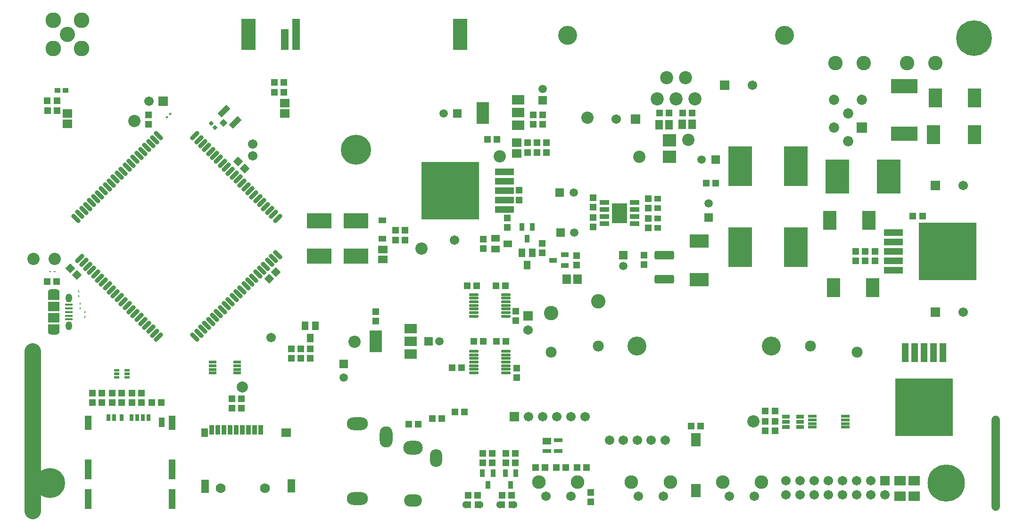
<source format=gts>
G04*
G04 #@! TF.GenerationSoftware,Altium Limited,Altium Designer,19.1.8 (144)*
G04*
G04 Layer_Color=8388736*
%FSLAX25Y25*%
%MOIN*%
G70*
G01*
G75*
%ADD22C,0.11811*%
%ADD23C,0.05906*%
%ADD24R,0.06240X0.01929*%
%ADD25R,0.04540X0.04343*%
%ADD26R,0.04343X0.04540*%
%ADD27R,0.04737X0.05131*%
%ADD28R,0.05918X0.06706*%
%ADD29R,0.06706X0.05918*%
%ADD30R,0.05131X0.04737*%
%ADD31R,0.07887X0.07099*%
G04:AMPARAMS|DCode=32|XSize=47.37mil|YSize=51.31mil|CornerRadius=0mil|HoleSize=0mil|Usage=FLASHONLY|Rotation=225.000|XOffset=0mil|YOffset=0mil|HoleType=Round|Shape=Rectangle|*
%AMROTATEDRECTD32*
4,1,4,-0.00139,0.03489,0.03489,-0.00139,0.00139,-0.03489,-0.03489,0.00139,-0.00139,0.03489,0.0*
%
%ADD32ROTATEDRECTD32*%

G04:AMPARAMS|DCode=33|XSize=47.37mil|YSize=51.31mil|CornerRadius=0mil|HoleSize=0mil|Usage=FLASHONLY|Rotation=315.000|XOffset=0mil|YOffset=0mil|HoleType=Round|Shape=Rectangle|*
%AMROTATEDRECTD33*
4,1,4,-0.03489,-0.00139,0.00139,0.03489,0.03489,0.00139,-0.00139,-0.03489,-0.03489,-0.00139,0.0*
%
%ADD33ROTATEDRECTD33*%

G04:AMPARAMS|DCode=34|XSize=67.32mil|YSize=18.11mil|CornerRadius=4.33mil|HoleSize=0mil|Usage=FLASHONLY|Rotation=0.000|XOffset=0mil|YOffset=0mil|HoleType=Round|Shape=RoundedRectangle|*
%AMROUNDEDRECTD34*
21,1,0.06732,0.00945,0,0,0.0*
21,1,0.05866,0.01811,0,0,0.0*
1,1,0.00866,0.02933,-0.00472*
1,1,0.00866,-0.02933,-0.00472*
1,1,0.00866,-0.02933,0.00472*
1,1,0.00866,0.02933,0.00472*
%
%ADD34ROUNDEDRECTD34*%
%ADD35R,0.05603X0.04383*%
%ADD36R,0.05372X0.01872*%
%ADD37R,0.07099X0.09383*%
G04:AMPARAMS|DCode=38|XSize=78.87mil|YSize=31.62mil|CornerRadius=0mil|HoleSize=0mil|Usage=FLASHONLY|Rotation=45.000|XOffset=0mil|YOffset=0mil|HoleType=Round|Shape=Round|*
%AMOVALD38*
21,1,0.04724,0.03162,0.00000,0.00000,45.0*
1,1,0.03162,-0.01670,-0.01670*
1,1,0.03162,0.01670,0.01670*
%
%ADD38OVALD38*%

G04:AMPARAMS|DCode=39|XSize=78.87mil|YSize=31.62mil|CornerRadius=0mil|HoleSize=0mil|Usage=FLASHONLY|Rotation=135.000|XOffset=0mil|YOffset=0mil|HoleType=Round|Shape=Round|*
%AMOVALD39*
21,1,0.04724,0.03162,0.00000,0.00000,135.0*
1,1,0.03162,0.01670,-0.01670*
1,1,0.03162,-0.01670,0.01670*
%
%ADD39OVALD39*%

%ADD40R,0.05748X0.01811*%
%ADD41R,0.08280X0.06706*%
%ADD42R,0.08280X0.05524*%
%ADD43R,0.08700X0.15800*%
%ADD44R,0.08700X0.06700*%
%ADD45R,0.16548X0.28359*%
G04:AMPARAMS|DCode=46|XSize=60.76mil|YSize=137.53mil|CornerRadius=10.59mil|HoleSize=0mil|Usage=FLASHONLY|Rotation=90.000|XOffset=0mil|YOffset=0mil|HoleType=Round|Shape=RoundedRectangle|*
%AMROUNDEDRECTD46*
21,1,0.06076,0.11634,0,0,90.0*
21,1,0.03957,0.13753,0,0,90.0*
1,1,0.02119,0.05817,0.01978*
1,1,0.02119,0.05817,-0.01978*
1,1,0.02119,-0.05817,-0.01978*
1,1,0.02119,-0.05817,0.01978*
%
%ADD46ROUNDEDRECTD46*%
%ADD47R,0.05524X0.02965*%
%ADD48R,0.05288X0.06587*%
%ADD49R,0.06587X0.05288*%
%ADD50R,0.07099X0.06312*%
%ADD51R,0.05524X0.09461*%
%ADD52R,0.04737X0.06312*%
%ADD53R,0.03556X0.07099*%
%ADD54R,0.05512X0.14646*%
%ADD55R,0.05512X0.22047*%
%ADD56R,0.10236X0.22047*%
G04:AMPARAMS|DCode=57|XSize=14.17mil|YSize=9.84mil|CornerRadius=0mil|HoleSize=0mil|Usage=FLASHONLY|Rotation=225.000|XOffset=0mil|YOffset=0mil|HoleType=Round|Shape=Rectangle|*
%AMROTATEDRECTD57*
4,1,4,0.00153,0.00849,0.00849,0.00153,-0.00153,-0.00849,-0.00849,-0.00153,0.00153,0.00849,0.0*
%
%ADD57ROTATEDRECTD57*%

%ADD58R,0.04737X0.10249*%
%ADD59R,0.04737X0.14186*%
%ADD60R,0.03950X0.06706*%
%ADD61R,0.02965X0.04737*%
%ADD62C,0.08674*%
%ADD63R,0.03359X0.05721*%
%ADD64R,0.04737X0.06312*%
%ADD65C,0.06706*%
%ADD66C,0.07887*%
%ADD67R,0.01417X0.00984*%
%ADD68R,0.00984X0.01417*%
%ADD69R,0.03559X0.01787*%
G04:AMPARAMS|DCode=70|XSize=26.2mil|YSize=26.48mil|CornerRadius=0mil|HoleSize=0mil|Usage=FLASHONLY|Rotation=315.000|XOffset=0mil|YOffset=0mil|HoleType=Round|Shape=Rectangle|*
%AMROTATEDRECTD70*
4,1,4,-0.01862,-0.00010,0.00010,0.01862,0.01862,0.00010,-0.00010,-0.01862,-0.01862,-0.00010,0.0*
%
%ADD70ROTATEDRECTD70*%

G04:AMPARAMS|DCode=71|XSize=41.34mil|YSize=86.61mil|CornerRadius=0mil|HoleSize=0mil|Usage=FLASHONLY|Rotation=135.000|XOffset=0mil|YOffset=0mil|HoleType=Round|Shape=Rectangle|*
%AMROTATEDRECTD71*
4,1,4,0.04524,0.01601,-0.01601,-0.04524,-0.04524,-0.01601,0.01601,0.04524,0.04524,0.01601,0.0*
%
%ADD71ROTATEDRECTD71*%

G04:AMPARAMS|DCode=72|XSize=39.37mil|YSize=41.34mil|CornerRadius=0mil|HoleSize=0mil|Usage=FLASHONLY|Rotation=135.000|XOffset=0mil|YOffset=0mil|HoleType=Round|Shape=Rectangle|*
%AMROTATEDRECTD72*
4,1,4,0.02854,0.00070,-0.00070,-0.02854,-0.02854,-0.00070,0.00070,0.02854,0.02854,0.00070,0.0*
%
%ADD72ROTATEDRECTD72*%

%ADD73R,0.03961X0.03773*%
%ADD74R,0.06312X0.04737*%
%ADD75R,0.05721X0.03359*%
%ADD76R,0.13202X0.09461*%
%ADD77R,0.09461X0.08674*%
%ADD78R,0.40564X0.40800*%
%ADD79R,0.13398X0.04800*%
%ADD80R,0.05918X0.04698*%
%ADD81R,0.05918X0.03123*%
%ADD82R,0.04800X0.13398*%
%ADD83R,0.40800X0.40564*%
%ADD84R,0.09461X0.13202*%
%ADD85R,0.16548X0.24028*%
%ADD86R,0.09461X0.13792*%
%ADD87R,0.18910X0.09855*%
%ADD88R,0.17335X0.11036*%
%ADD89R,0.10694X0.14194*%
%ADD90R,0.06804X0.03556*%
%ADD91C,0.05131*%
%ADD92R,0.05918X0.05918*%
%ADD93C,0.05918*%
%ADD94R,0.06706X0.06706*%
%ADD95O,0.04488X0.06260*%
%ADD96O,0.08280X0.04540*%
%ADD97C,0.13398*%
%ADD98C,0.09300*%
%ADD99C,0.09658*%
%ADD100C,0.10209*%
%ADD101C,0.07828*%
%ADD102C,0.07001*%
%ADD103C,0.21272*%
%ADD104C,0.25210*%
%ADD105R,0.05918X0.05918*%
%ADD106C,0.11036*%
%ADD107C,0.10737*%
%ADD108R,0.06706X0.06706*%
%ADD109C,0.04737*%
%ADD110O,0.14973X0.09068*%
%ADD111O,0.09068X0.14973*%
%ADD112O,0.08674X0.12611*%
%ADD113O,0.13792X0.09855*%
%ADD114O,0.12611X0.08674*%
%ADD115C,0.26391*%
%ADD116C,0.07284*%
%ADD117R,0.07284X0.07284*%
%ADD118C,0.10249*%
G36*
X65052Y93701D02*
Y95470D01*
X68602D01*
Y93701D01*
X65052D01*
D02*
G37*
G36*
X65056Y96260D02*
Y98032D01*
X68602D01*
Y96260D01*
X65056D01*
D02*
G37*
G36*
X65056Y98819D02*
Y100592D01*
X68602D01*
Y98819D01*
X65056D01*
D02*
G37*
G36*
X72541Y93701D02*
Y95471D01*
X76083D01*
Y93701D01*
X72541D01*
D02*
G37*
G36*
X72542Y96260D02*
Y98032D01*
X76083D01*
Y96260D01*
X72542D01*
D02*
G37*
G36*
X72540Y98819D02*
Y100591D01*
X76083D01*
Y98819D01*
X72540D01*
D02*
G37*
D22*
X7579Y0D02*
Y113287D01*
D23*
X688287Y3248D02*
Y64370D01*
D24*
X558807Y59350D02*
D03*
Y61910D02*
D03*
Y64468D02*
D03*
Y67028D02*
D03*
X581941D02*
D03*
Y64468D02*
D03*
Y61910D02*
D03*
Y59350D02*
D03*
D25*
X449311Y221260D02*
D03*
Y214567D02*
D03*
Y207283D02*
D03*
Y200590D02*
D03*
D26*
X315354Y4429D02*
D03*
X322047D02*
D03*
X346063D02*
D03*
X339370D02*
D03*
D27*
X361516Y280512D02*
D03*
Y273819D02*
D03*
X368209Y273819D02*
D03*
Y280512D02*
D03*
X325984Y192421D02*
D03*
Y185728D02*
D03*
X367913Y189469D02*
D03*
Y182776D02*
D03*
X392126Y180905D02*
D03*
Y174213D02*
D03*
X370866Y253937D02*
D03*
Y260630D02*
D03*
X357480Y260630D02*
D03*
Y253937D02*
D03*
X602953Y177165D02*
D03*
Y183858D02*
D03*
X589272Y183858D02*
D03*
Y177165D02*
D03*
X403642Y214961D02*
D03*
Y221654D02*
D03*
X442618Y221260D02*
D03*
Y214567D02*
D03*
Y200590D02*
D03*
Y207283D02*
D03*
X349114Y141437D02*
D03*
Y134744D02*
D03*
X349902Y94587D02*
D03*
Y101279D02*
D03*
X89567Y280315D02*
D03*
Y273622D02*
D03*
X197146Y108169D02*
D03*
Y114862D02*
D03*
X203839Y114862D02*
D03*
Y108169D02*
D03*
X402165Y13287D02*
D03*
Y6595D02*
D03*
X250000Y134449D02*
D03*
Y141142D02*
D03*
X343012Y207579D02*
D03*
Y200886D02*
D03*
X364173Y260630D02*
D03*
Y253937D02*
D03*
X596161Y183858D02*
D03*
Y177165D02*
D03*
X439764Y181004D02*
D03*
Y174311D02*
D03*
X351575Y220276D02*
D03*
Y226969D02*
D03*
X403642Y207677D02*
D03*
Y200984D02*
D03*
X190453Y114862D02*
D03*
Y108169D02*
D03*
D28*
X392717Y164173D02*
D03*
X385236D02*
D03*
D29*
X349803Y260630D02*
D03*
Y253150D02*
D03*
X185925Y288780D02*
D03*
Y281299D02*
D03*
X32087Y281594D02*
D03*
Y274114D02*
D03*
D30*
X532283Y63583D02*
D03*
X525591D02*
D03*
X525591Y70669D02*
D03*
X532283D02*
D03*
X18110Y283366D02*
D03*
X24803D02*
D03*
X315453Y11024D02*
D03*
X322146D02*
D03*
X332480Y33957D02*
D03*
X325787D02*
D03*
X332382Y40650D02*
D03*
X325689D02*
D03*
X263976Y198622D02*
D03*
X270669D02*
D03*
X270768Y191732D02*
D03*
X264075D02*
D03*
X346063Y11024D02*
D03*
X339370D02*
D03*
X303937Y101476D02*
D03*
X310630D02*
D03*
X348819Y33957D02*
D03*
X342126D02*
D03*
X348819Y40650D02*
D03*
X342126D02*
D03*
X63878Y83366D02*
D03*
X70571D02*
D03*
X56595D02*
D03*
X49902D02*
D03*
X77854D02*
D03*
X84547D02*
D03*
X280020Y61614D02*
D03*
X273327D02*
D03*
X296654Y65453D02*
D03*
X289961D02*
D03*
X312795Y70177D02*
D03*
X306102D02*
D03*
X377756Y30807D02*
D03*
X384449D02*
D03*
X392323D02*
D03*
X399016D02*
D03*
X363189D02*
D03*
X369882D02*
D03*
X328937Y263287D02*
D03*
X335630D02*
D03*
X490354Y232185D02*
D03*
X483661D02*
D03*
X532283Y56890D02*
D03*
X525591D02*
D03*
X629921Y208760D02*
D03*
X636614D02*
D03*
X472933Y60039D02*
D03*
X479626D02*
D03*
X335138Y159547D02*
D03*
X341831D02*
D03*
X321358Y159547D02*
D03*
X314665D02*
D03*
X17913Y290354D02*
D03*
X24606D02*
D03*
X178445Y296457D02*
D03*
X185138D02*
D03*
X178445Y303346D02*
D03*
X185138D02*
D03*
X335335Y120177D02*
D03*
X342028D02*
D03*
X24409Y162500D02*
D03*
X17717D02*
D03*
X473819Y281693D02*
D03*
X467126D02*
D03*
X319488Y120177D02*
D03*
X326181D02*
D03*
X450689Y281693D02*
D03*
X457382D02*
D03*
X63878Y76772D02*
D03*
X70571D02*
D03*
X56595D02*
D03*
X49902D02*
D03*
X77854Y76772D02*
D03*
X84547D02*
D03*
X91831Y76772D02*
D03*
X98524D02*
D03*
X148524Y79528D02*
D03*
X155217D02*
D03*
X148524Y72835D02*
D03*
X155217D02*
D03*
D31*
X620768Y10531D02*
D03*
Y21555D02*
D03*
X630709Y21555D02*
D03*
Y10531D02*
D03*
D32*
X34051Y171953D02*
D03*
X38784Y167220D02*
D03*
X157484Y242614D02*
D03*
X152752Y247347D02*
D03*
D33*
X179433Y169099D02*
D03*
X174701Y164366D02*
D03*
D34*
X342008Y153248D02*
D03*
Y150689D02*
D03*
Y148130D02*
D03*
Y145571D02*
D03*
Y143012D02*
D03*
Y140453D02*
D03*
Y137894D02*
D03*
X319410D02*
D03*
Y140453D02*
D03*
Y143012D02*
D03*
Y145571D02*
D03*
Y148130D02*
D03*
Y150689D02*
D03*
Y153248D02*
D03*
X342008Y113091D02*
D03*
Y110531D02*
D03*
Y107972D02*
D03*
Y105413D02*
D03*
Y102854D02*
D03*
Y100295D02*
D03*
Y97736D02*
D03*
X319409D02*
D03*
Y100295D02*
D03*
Y102854D02*
D03*
Y105413D02*
D03*
Y107972D02*
D03*
Y110531D02*
D03*
Y113091D02*
D03*
D35*
X254921Y205650D02*
D03*
Y192776D02*
D03*
D36*
X152007Y97775D02*
D03*
Y100275D02*
D03*
Y102875D02*
D03*
Y105375D02*
D03*
X134607D02*
D03*
Y102875D02*
D03*
Y100275D02*
D03*
Y97775D02*
D03*
D37*
X476279Y14370D02*
D03*
Y50591D02*
D03*
D38*
X40859Y178811D02*
D03*
X43643Y176027D02*
D03*
X46427Y173243D02*
D03*
X49211Y170459D02*
D03*
X51995Y167675D02*
D03*
X54779Y164891D02*
D03*
X57563Y162107D02*
D03*
X60346Y159323D02*
D03*
X63130Y156539D02*
D03*
X65914Y153756D02*
D03*
X68698Y150972D02*
D03*
X71482Y148188D02*
D03*
X74266Y145404D02*
D03*
X77050Y142620D02*
D03*
X79834Y139836D02*
D03*
X82617Y137052D02*
D03*
X85401Y134268D02*
D03*
X88185Y131485D02*
D03*
X90969Y128701D02*
D03*
X93753Y125917D02*
D03*
X177826Y209990D02*
D03*
X175042Y212774D02*
D03*
X172259Y215558D02*
D03*
X169475Y218342D02*
D03*
X166691Y221126D02*
D03*
X163907Y223909D02*
D03*
X161123Y226693D02*
D03*
X158339Y229477D02*
D03*
X155555Y232261D02*
D03*
X152771Y235045D02*
D03*
X149987Y237829D02*
D03*
X147204Y240613D02*
D03*
X144420Y243397D02*
D03*
X141636Y246181D02*
D03*
X138852Y248965D02*
D03*
X136068Y251748D02*
D03*
X133284Y254532D02*
D03*
X130500Y257316D02*
D03*
X127716Y260100D02*
D03*
X124933Y262884D02*
D03*
X96537Y123133D02*
D03*
X180610Y207206D02*
D03*
X122149Y265668D02*
D03*
D39*
X124933Y125917D02*
D03*
X127716Y128701D02*
D03*
X130500Y131485D02*
D03*
X133284Y134268D02*
D03*
X136068Y137052D02*
D03*
X138852Y139836D02*
D03*
X141636Y142620D02*
D03*
X144420Y145404D02*
D03*
X147204Y148188D02*
D03*
X149987Y150972D02*
D03*
X152771Y153756D02*
D03*
X155555Y156539D02*
D03*
X158339Y159323D02*
D03*
X161123Y162107D02*
D03*
X163907Y164891D02*
D03*
X166691Y167675D02*
D03*
X169475Y170459D02*
D03*
X172259Y173243D02*
D03*
X175042Y176027D02*
D03*
X177826Y178811D02*
D03*
X93753Y262884D02*
D03*
X90969Y260100D02*
D03*
X88185Y257316D02*
D03*
X85401Y254532D02*
D03*
X82617Y251748D02*
D03*
X79834Y248965D02*
D03*
X77050Y246181D02*
D03*
X74266Y243397D02*
D03*
X71482Y240613D02*
D03*
X68698Y237829D02*
D03*
X65914Y235045D02*
D03*
X63130Y232261D02*
D03*
X60346Y229477D02*
D03*
X57563Y226693D02*
D03*
X54779Y223909D02*
D03*
X51995Y221126D02*
D03*
X49211Y218342D02*
D03*
X46427Y215558D02*
D03*
X43643Y212774D02*
D03*
X40859Y209990D02*
D03*
X180610Y181595D02*
D03*
X122149Y123133D02*
D03*
X38075Y207206D02*
D03*
X96537Y265668D02*
D03*
D40*
X33071Y145965D02*
D03*
Y143406D02*
D03*
Y140847D02*
D03*
Y138287D02*
D03*
Y135728D02*
D03*
D41*
X22441Y144783D02*
D03*
Y136909D02*
D03*
D42*
Y152264D02*
D03*
Y129429D02*
D03*
D43*
X250100Y120079D02*
D03*
X325887Y281890D02*
D03*
D44*
X274900Y129179D02*
D03*
Y120179D02*
D03*
Y111179D02*
D03*
X350687Y290990D02*
D03*
Y281990D02*
D03*
Y272990D02*
D03*
D45*
X547146Y243996D02*
D03*
X507776D02*
D03*
X547244Y186909D02*
D03*
X507874D02*
D03*
D46*
X453937Y181102D02*
D03*
Y164173D02*
D03*
D47*
X550197Y59449D02*
D03*
Y63189D02*
D03*
Y66929D02*
D03*
X539961D02*
D03*
Y59449D02*
D03*
Y63189D02*
D03*
D48*
X466772Y273622D02*
D03*
X473780D02*
D03*
X457539Y273425D02*
D03*
X450531D02*
D03*
D49*
X255020Y178189D02*
D03*
Y185197D02*
D03*
D50*
X186812Y55512D02*
D03*
D51*
X190355Y17717D02*
D03*
X129331Y17481D02*
D03*
D52*
X129134Y55512D02*
D03*
D53*
X134056Y57481D02*
D03*
X138386D02*
D03*
X142717D02*
D03*
X147048D02*
D03*
X151379D02*
D03*
X155709D02*
D03*
X160040D02*
D03*
X164371D02*
D03*
X168701D02*
D03*
D54*
X185827Y333897D02*
D03*
D55*
X193701Y337598D02*
D03*
D56*
X160236D02*
D03*
X309842D02*
D03*
D57*
X104811Y281189D02*
D03*
X102472Y278851D02*
D03*
D58*
X106201Y62303D02*
D03*
X46752D02*
D03*
D59*
X106201Y29429D02*
D03*
Y8563D02*
D03*
X46752D02*
D03*
Y29429D02*
D03*
D60*
X98721Y62815D02*
D03*
D61*
X89410Y66043D02*
D03*
X85472D02*
D03*
X81535D02*
D03*
X77598D02*
D03*
X70571D02*
D03*
X65039D02*
D03*
X61102D02*
D03*
D62*
X79429Y276083D02*
D03*
X235236Y119783D02*
D03*
X22933Y178347D02*
D03*
X7972D02*
D03*
X282480Y185630D02*
D03*
X471260Y262795D02*
D03*
X399902Y278543D02*
D03*
X337894Y251279D02*
D03*
X436417Y250886D02*
D03*
X517126Y63583D02*
D03*
D63*
X345472Y18504D02*
D03*
X341693Y26772D02*
D03*
X349252D02*
D03*
X329331Y18504D02*
D03*
X325551Y26772D02*
D03*
X333110D02*
D03*
X357087Y192717D02*
D03*
X353307Y200984D02*
D03*
X360866D02*
D03*
D64*
X203839Y122539D02*
D03*
X200098Y131201D02*
D03*
X207579D02*
D03*
X357087Y174016D02*
D03*
X353346Y182677D02*
D03*
X360827D02*
D03*
D65*
X176083Y122835D02*
D03*
X163189Y259941D02*
D03*
X162992Y251378D02*
D03*
X305709Y191831D02*
D03*
X420079Y277461D02*
D03*
X370276Y10531D02*
D03*
X387992D02*
D03*
X435630D02*
D03*
X453346D02*
D03*
X500198D02*
D03*
X517915D02*
D03*
X89685Y290158D02*
D03*
X357874Y127972D02*
D03*
X378189Y66831D02*
D03*
X368189D02*
D03*
X358189D02*
D03*
X388189D02*
D03*
X398189D02*
D03*
X454724Y50098D02*
D03*
X444882D02*
D03*
X435039D02*
D03*
X425197D02*
D03*
X415354D02*
D03*
X540000Y11417D02*
D03*
Y21417D02*
D03*
X550000Y11417D02*
D03*
Y21417D02*
D03*
X560000Y11417D02*
D03*
Y21417D02*
D03*
X570000Y11417D02*
D03*
Y21417D02*
D03*
X580000Y11417D02*
D03*
Y21417D02*
D03*
X590000Y11417D02*
D03*
Y21417D02*
D03*
X600000Y11417D02*
D03*
Y21417D02*
D03*
X610000Y11417D02*
D03*
X516339Y301575D02*
D03*
X665354Y140650D02*
D03*
X665354Y230610D02*
D03*
D66*
X155905Y87795D02*
D03*
D67*
X19705Y169390D02*
D03*
X23012D02*
D03*
D68*
X40157Y155591D02*
D03*
Y152284D02*
D03*
X41240Y146732D02*
D03*
Y143425D02*
D03*
X44587Y137520D02*
D03*
Y140827D02*
D03*
D69*
X66831Y99705D02*
D03*
Y97146D02*
D03*
Y94587D02*
D03*
X74311D02*
D03*
Y97146D02*
D03*
Y99705D02*
D03*
D70*
X133637Y274335D02*
D03*
X136441Y271531D02*
D03*
D71*
X150858Y275028D02*
D03*
X142646Y283240D02*
D03*
D72*
X142507Y274888D02*
D03*
D73*
X24996Y297736D02*
D03*
X30713D02*
D03*
D74*
X343307Y189272D02*
D03*
X334646Y185532D02*
D03*
Y193012D02*
D03*
D75*
X375394Y177559D02*
D03*
X383661Y181339D02*
D03*
Y173779D02*
D03*
D76*
X478740Y163681D02*
D03*
Y191240D02*
D03*
D77*
X457677Y262598D02*
D03*
Y250787D02*
D03*
D78*
X302821Y226862D02*
D03*
X654507Y183844D02*
D03*
D79*
X340990Y240262D02*
D03*
Y233562D02*
D03*
Y226862D02*
D03*
Y220162D02*
D03*
Y213462D02*
D03*
X615945Y197244D02*
D03*
Y190544D02*
D03*
Y183844D02*
D03*
Y177144D02*
D03*
Y170444D02*
D03*
D80*
X371161Y49350D02*
D03*
D81*
Y42579D02*
D03*
X379232D02*
D03*
Y50138D02*
D03*
D82*
X651188Y112106D02*
D03*
X644488D02*
D03*
X637788D02*
D03*
X631088D02*
D03*
X624388D02*
D03*
D83*
X637788Y73544D02*
D03*
D84*
X573917Y158169D02*
D03*
X601476D02*
D03*
X571063Y205905D02*
D03*
X598622D02*
D03*
X673327Y292323D02*
D03*
X645768D02*
D03*
D85*
X612795Y236811D02*
D03*
X576575D02*
D03*
D86*
X644390Y266338D02*
D03*
X673524D02*
D03*
D87*
X623917Y267224D02*
D03*
Y300689D02*
D03*
D88*
X236122Y180315D02*
D03*
Y205512D02*
D03*
X210138Y180315D02*
D03*
Y205512D02*
D03*
D89*
X422539Y210827D02*
D03*
D90*
X433216Y218327D02*
D03*
Y213327D02*
D03*
Y208327D02*
D03*
Y203327D02*
D03*
X411862D02*
D03*
Y208327D02*
D03*
Y213327D02*
D03*
Y218327D02*
D03*
D91*
X323701Y4429D02*
D03*
X313701D02*
D03*
X337717D02*
D03*
X347716D02*
D03*
D92*
X485335Y207874D02*
D03*
X227559Y104232D02*
D03*
X425197Y181201D02*
D03*
X368209Y290945D02*
D03*
D93*
X485335Y217717D02*
D03*
X295177Y120177D02*
D03*
X227559Y94390D02*
D03*
X425197Y173327D02*
D03*
X480512Y248721D02*
D03*
X390059Y225295D02*
D03*
X368209Y298819D02*
D03*
X390551Y197244D02*
D03*
X298031Y281299D02*
D03*
D94*
X433858Y277461D02*
D03*
X99685Y290158D02*
D03*
X348189Y66831D02*
D03*
X610000Y21417D02*
D03*
X496654Y301575D02*
D03*
X645669Y140650D02*
D03*
X645669Y230610D02*
D03*
D95*
X33071Y150689D02*
D03*
Y131004D02*
D03*
D96*
X22441Y154626D02*
D03*
Y127067D02*
D03*
D97*
X539173Y336693D02*
D03*
X385630D02*
D03*
X529724Y116634D02*
D03*
X434842D02*
D03*
D98*
X475787Y291791D02*
D03*
X469095Y306791D02*
D03*
X462402Y291791D02*
D03*
X455709Y306791D02*
D03*
X449016Y291791D02*
D03*
D99*
X365354Y20374D02*
D03*
X392913D02*
D03*
X430709D02*
D03*
X458268D02*
D03*
X495277D02*
D03*
X522836D02*
D03*
D100*
X407283Y148524D02*
D03*
X374213Y140256D02*
D03*
D101*
X557283Y116634D02*
D03*
X407283D02*
D03*
X374213Y112303D02*
D03*
X590354D02*
D03*
D102*
X171851Y16142D02*
D03*
X140355D02*
D03*
D103*
X19685Y19685D02*
D03*
X236221Y255906D02*
D03*
D104*
X673228Y334646D02*
D03*
D105*
X287303Y120177D02*
D03*
X490354Y248721D02*
D03*
X380217Y225295D02*
D03*
X380709Y197244D02*
D03*
X307874Y281299D02*
D03*
D106*
X22087Y327402D02*
D03*
X42087D02*
D03*
Y347402D02*
D03*
X22087D02*
D03*
D107*
X32087Y337402D02*
D03*
D108*
X357874Y137972D02*
D03*
D109*
X288878Y211417D02*
D03*
Y219291D02*
D03*
Y227165D02*
D03*
Y235039D02*
D03*
Y242913D02*
D03*
X298327Y211417D02*
D03*
Y219291D02*
D03*
Y227165D02*
D03*
Y235039D02*
D03*
Y242913D02*
D03*
X307776Y211417D02*
D03*
Y219291D02*
D03*
Y227165D02*
D03*
Y235039D02*
D03*
Y242913D02*
D03*
X317224D02*
D03*
Y235039D02*
D03*
Y227165D02*
D03*
Y219291D02*
D03*
Y211417D02*
D03*
D110*
X237008Y8760D02*
D03*
Y61713D02*
D03*
D111*
X257480Y52461D02*
D03*
D112*
X292913Y37303D02*
D03*
D113*
X276378Y44784D02*
D03*
D114*
Y7579D02*
D03*
D115*
X653543Y19685D02*
D03*
D116*
X574114Y291240D02*
D03*
Y271555D02*
D03*
X593799Y291240D02*
D03*
X583957Y261712D02*
D03*
Y281398D02*
D03*
D117*
X593799Y271555D02*
D03*
D118*
X645827Y317028D02*
D03*
X625827D02*
D03*
X595039D02*
D03*
X575039D02*
D03*
M02*

</source>
